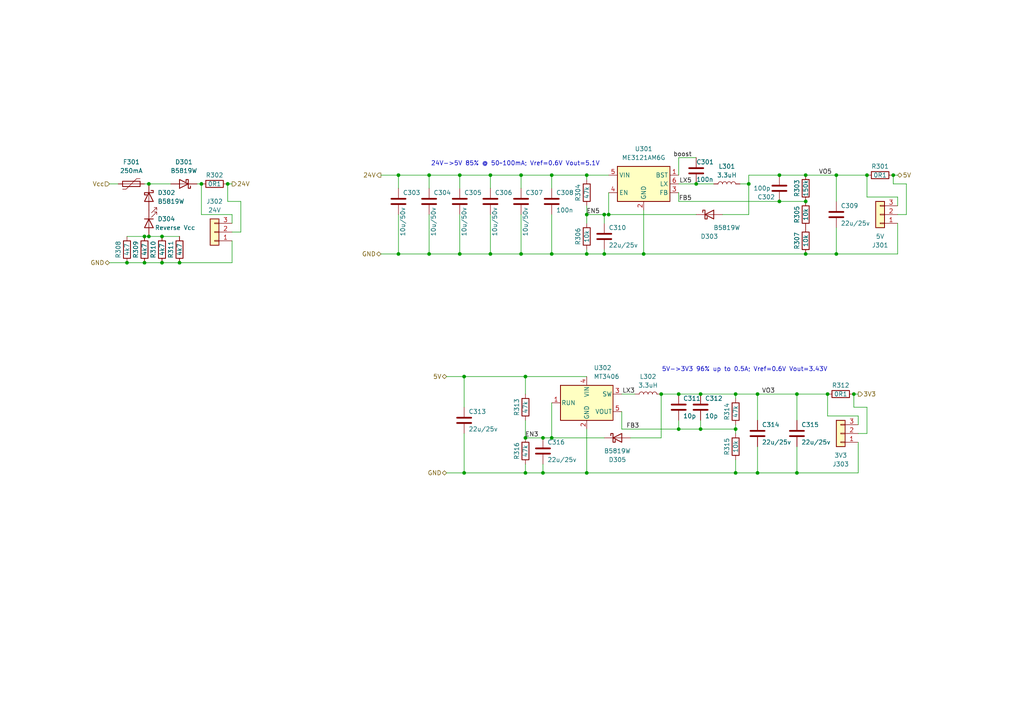
<source format=kicad_sch>
(kicad_sch (version 20211123) (generator eeschema)
  (paper "A4")
  (title_block (title "WormControl-Relay15x5t15-ControlUI") (date "2024-12-16") (rev "0.1") (company "makerspace.lt"))
  (lib_symbols
    (symbol "Connector_Generic:Conn_01x03" (pin_names (offset 1.016) hide)
      (property "Reference" "J" (at 0 5.08 0))
      (property "Value" "Conn_01x03" (at 0 -5.08 0))
      (symbol "Conn_01x03_1_1"
        (rectangle (start -1.27 -2.413) (end 0 -2.667) (stroke (width 0.1524)))
        (rectangle (start -1.27 0.127) (end 0 -0.127) (stroke (width 0.1524)))
        (rectangle (start -1.27 2.667) (end 0 2.413) (stroke (width 0.1524)))
        (rectangle (start -1.27 3.81) (end 1.27 -3.81) (stroke (width 0.254)) (fill (type background)))
        (pin passive line (at -5.08 2.54 0) (length 3.81) (name "Pin_1") (number "1"))
        (pin passive line (at -5.08 0 0) (length 3.81) (name "Pin_2") (number "2"))
        (pin passive line (at -5.08 -2.54 0) (length 3.81) (name "Pin_3") (number "3"))
      )
    )
    (symbol "Device:C" (pin_numbers hide) (pin_names (offset 0.254))
      (property "Reference" "C" (at 0.635 2.54 0))
      (property "Value" "C" (at 0.635 -2.54 0))
      (symbol "C_0_1"
        (polyline (pts (xy -2.032 -0.762) (xy 2.032 -0.762)) (stroke (width 0.508)))
        (polyline (pts (xy -2.032 0.762) (xy 2.032 0.762)) (stroke (width 0.508)))
      )
      (symbol "C_1_1"
        (pin passive line (at 0 3.81 270) (length 2.794) (name "~") (number "1"))
        (pin passive line (at 0 -3.81 90) (length 2.794) (name "~") (number "2"))
      )
    )
    (symbol "Device:D_Schottky" (pin_numbers hide) (pin_names (offset 1.016) hide)
      (property "Reference" "D" (at 0 2.54 0))
      (property "Value" "D_Schottky" (at 0 -2.54 0))
      (symbol "D_Schottky_0_1"
        (polyline (pts (xy 1.27 0) (xy -1.27 0)))
        (polyline (pts (xy 1.27 1.27) (xy 1.27 -1.27) (xy -1.27 0) (xy 1.27 1.27)) (stroke (width 0.254)))
        (polyline (pts (xy -1.905 0.635) (xy -1.905 1.27) (xy -1.27 1.27) (xy -1.27 -1.27) (xy -0.635 -1.27) (xy -0.635 -0.635)) (stroke (width 0.254)))
      )
      (symbol "D_Schottky_1_1"
        (pin passive line (at -3.81 0 0) (length 2.54) (name "K") (number "1"))
        (pin passive line (at 3.81 0 180) (length 2.54) (name "A") (number "2"))
      )
    )
    (symbol "Device:L" (pin_numbers hide) (pin_names (offset 1.016) hide)
      (property "Reference" "L" (at -1.27 0 90))
      (property "Value" "L" (at 1.905 0 90))
      (symbol "L_0_1"
        (arc (start 0 -2.54) (mid 0.635 -1.905) (end 0 -1.27))
        (arc (start 0 -1.27) (mid 0.635 -0.635) (end 0 0))
        (arc (start 0 0) (mid 0.635 0.635) (end 0 1.27))
        (arc (start 0 1.27) (mid 0.635 1.905) (end 0 2.54))
      )
      (symbol "L_1_1"
        (pin passive line (at 0 3.81 270) (length 1.27) (name "1") (number "1"))
        (pin passive line (at 0 -3.81 90) (length 1.27) (name "2") (number "2"))
      )
    )
    (symbol "Device:LED" (pin_numbers hide) (pin_names (offset 1.016) hide)
      (property "Reference" "D" (at 0 2.54 0))
      (property "Value" "LED" (at 0 -2.54 0))
      (symbol "LED_0_1"
        (polyline (pts (xy -1.27 -1.27) (xy -1.27 1.27)) (stroke (width 0.254)))
        (polyline (pts (xy -1.27 0) (xy 1.27 0)))
        (polyline (pts (xy 1.27 -1.27) (xy 1.27 1.27) (xy -1.27 0) (xy 1.27 -1.27)) (stroke (width 0.254)))
        (polyline (pts (xy -3.048 -0.762) (xy -4.572 -2.286) (xy -3.81 -2.286) (xy -4.572 -2.286) (xy -4.572 -1.524)))
        (polyline (pts (xy -1.778 -0.762) (xy -3.302 -2.286) (xy -2.54 -2.286) (xy -3.302 -2.286) (xy -3.302 -1.524)))
      )
      (symbol "LED_1_1"
        (pin passive line (at -3.81 0 0) (length 2.54) (name "K") (number "1"))
        (pin passive line (at 3.81 0 180) (length 2.54) (name "A") (number "2"))
      )
    )
    (symbol "Device:Polyfuse" (pin_numbers hide) (pin_names (offset 0))
      (property "Reference" "F" (at -2.54 0 90))
      (property "Value" "Polyfuse" (at 2.54 0 90))
      (symbol "Polyfuse_0_1"
        (rectangle (start -0.762 2.54) (end 0.762 -2.54) (stroke (width 0.254)))
        (polyline (pts (xy 0 2.54) (xy 0 -2.54)))
        (polyline (pts (xy -1.524 2.54) (xy -1.524 1.524) (xy 1.524 -1.524) (xy 1.524 -2.54)))
      )
      (symbol "Polyfuse_1_1"
        (pin passive line (at 0 3.81 270) (length 1.27) (name "~") (number "1"))
        (pin passive line (at 0 -3.81 90) (length 1.27) (name "~") (number "2"))
      )
    )
    (symbol "Device:R" (pin_numbers hide) (pin_names (offset 0))
      (property "Reference" "R" (at 2.032 0 90))
      (property "Value" "R" (at 0 0 90))
      (symbol "R_0_1"
        (rectangle (start -1.016 -2.54) (end 1.016 2.54) (stroke (width 0.254)))
      )
      (symbol "R_1_1"
        (pin passive line (at 0 3.81 270) (length 1.27) (name "~") (number "1"))
        (pin passive line (at 0 -3.81 90) (length 1.27) (name "~") (number "2"))
      )
    )
    (symbol "Regulator_Switching:AOZ1280CI"
      (property "Reference" "U" (at -6.35 -6.35 0))
      (property "Value" "AOZ1280CI" (at -2.54 6.35 0))
      (symbol "AOZ1280CI_0_1"
        (rectangle (start -7.62 5.08) (end 7.62 -5.08) (stroke (width 0.254)) (fill (type background)))
      )
      (symbol "AOZ1280CI_1_1"
        (pin input line (at 10.16 2.54 180) (length 2.54) (name "BST") (number "1"))
        (pin power_in line (at 0 -7.62 90) (length 2.54) (name "GND") (number "2"))
        (pin input line (at 10.16 -2.54 180) (length 2.54) (name "FB") (number "3"))
        (pin input line (at -10.16 -2.54 0) (length 2.54) (name "EN") (number "4"))
        (pin power_in line (at -10.16 2.54 0) (length 2.54) (name "VIN") (number "5"))
        (pin power_out line (at 10.16 0 180) (length 2.54) (name "LX") (number "6"))
      )
    )
    (symbol "Regulator_Switching:LTC3406ES5" (pin_names (offset 0.254))
      (property "Reference" "U" (at -6.35 6.35 0))
      (property "Value" "LTC3406ES5" (at 1.27 6.35 0))
      (symbol "LTC3406ES5_0_1"
        (rectangle (start -7.62 5.08) (end 7.62 -5.08) (stroke (width 0.254)) (fill (type background)))
      )
      (symbol "LTC3406ES5_1_1"
        (pin input line (at -10.16 0 0) (length 2.54) (name "RUN") (number "1"))
        (pin power_in line (at 0 -7.62 90) (length 2.54) (name "GND") (number "2"))
        (pin output line (at 10.16 2.54 180) (length 2.54) (name "SW") (number "3"))
        (pin power_in line (at 0 7.62 270) (length 2.54) (name "VIN") (number "4"))
        (pin power_out line (at 10.16 -2.54 180) (length 2.54) (name "VOUT") (number "5"))
      )
    )
  )
  (junction (at 160.02 73.66))
  (junction (at 226.06 50.8))
  (junction (at 231.14 137.16))
  (junction (at 251.46 50.8))
  (junction (at 259.08 50.8))
  (junction (at 58.42 53.34))
  (junction (at 41.91 68.58))
  (junction (at 191.77 114.3))
  (junction (at 175.26 73.66))
  (junction (at 151.13 73.66))
  (junction (at 151.13 50.8))
  (junction (at 124.46 73.66))
  (junction (at 115.57 50.8))
  (junction (at 52.07 76.2))
  (junction (at 157.48 127))
  (junction (at 213.36 124.46))
  (junction (at 46.99 68.58))
  (junction (at 176.53 62.23))
  (junction (at 219.71 137.16))
  (junction (at 124.46 50.8))
  (junction (at 115.57 73.66))
  (junction (at 170.18 62.23))
  (junction (at 231.14 114.3))
  (junction (at 233.68 58.42))
  (junction (at 242.57 50.8))
  (junction (at 43.18 53.34))
  (junction (at 142.24 50.8))
  (junction (at 170.18 50.8))
  (junction (at 186.69 73.66))
  (junction (at 170.18 137.16))
  (junction (at 170.18 73.66))
  (junction (at 152.4 127))
  (junction (at 196.85 114.3))
  (junction (at 46.99 76.2))
  (junction (at 134.62 109.22))
  (junction (at 133.35 73.66))
  (junction (at 36.83 76.2))
  (junction (at 157.48 137.16))
  (junction (at 142.24 73.66))
  (junction (at 41.91 76.2))
  (junction (at 247.65 114.3))
  (junction (at 242.57 73.66))
  (junction (at 196.85 124.46))
  (junction (at 233.68 50.8))
  (junction (at 43.18 68.58))
  (junction (at 226.06 58.42))
  (junction (at 240.03 114.3))
  (junction (at 217.17 53.34))
  (junction (at 201.93 53.34))
  (junction (at 213.36 137.16))
  (junction (at 219.71 114.3))
  (junction (at 66.04 53.34))
  (junction (at 233.68 73.66))
  (junction (at 203.2 114.3))
  (junction (at 152.4 137.16))
  (junction (at 175.26 62.23))
  (junction (at 160.02 127))
  (junction (at 160.02 50.8))
  (junction (at 152.4 109.22))
  (junction (at 213.36 114.3))
  (junction (at 203.2 124.46))
  (junction (at 133.35 50.8))
  (junction (at 134.62 137.16))
  (wire (pts (xy 201.93 53.34) (xy 207.01 53.34)))
  (wire (pts (xy 213.36 133.35) (xy 213.36 137.16)))
  (wire (pts (xy 124.46 62.23) (xy 124.46 73.66)))
  (wire (pts (xy 142.24 50.8) (xy 133.35 50.8)))
  (wire (pts (xy 186.69 73.66) (xy 233.68 73.66)))
  (wire (pts (xy 134.62 137.16) (xy 152.4 137.16)))
  (wire (pts (xy 31.75 53.34) (xy 34.29 53.34)))
  (wire (pts (xy 124.46 50.8) (xy 115.57 50.8)))
  (wire (pts (xy 142.24 62.23) (xy 142.24 73.66)))
  (wire (pts (xy 31.75 76.2) (xy 36.83 76.2)))
  (wire (pts (xy 260.35 64.77) (xy 260.35 73.66)))
  (wire (pts (xy 151.13 50.8) (xy 151.13 54.61)))
  (wire (pts (xy 170.18 50.8) (xy 160.02 50.8)))
  (wire (pts (xy 66.04 58.42) (xy 66.04 53.34)))
  (wire (pts (xy 231.14 114.3) (xy 231.14 121.92)))
  (wire (pts (xy 69.85 58.42) (xy 66.04 58.42)))
  (wire (pts (xy 226.06 50.8) (xy 233.68 50.8)))
  (wire (pts (xy 214.63 53.34) (xy 217.17 53.34)))
  (wire (pts (xy 115.57 73.66) (xy 115.57 62.23)))
  (wire (pts (xy 176.53 62.23) (xy 175.26 62.23)))
  (wire (pts (xy 180.34 124.46) (xy 196.85 124.46)))
  (wire (pts (xy 196.85 58.42) (xy 226.06 58.42)))
  (wire (pts (xy 36.83 76.2) (xy 41.91 76.2)))
  (wire (pts (xy 196.85 124.46) (xy 203.2 124.46)))
  (wire (pts (xy 217.17 62.23) (xy 217.17 53.34)))
  (wire (pts (xy 133.35 50.8) (xy 124.46 50.8)))
  (wire (pts (xy 151.13 62.23) (xy 151.13 73.66)))
  (wire (pts (xy 41.91 68.58) (xy 43.18 68.58)))
  (wire (pts (xy 201.93 45.72) (xy 196.85 45.72)))
  (wire (pts (xy 191.77 127) (xy 191.77 114.3)))
  (wire (pts (xy 196.85 53.34) (xy 201.93 53.34)))
  (wire (pts (xy 152.4 127) (xy 157.48 127)))
  (wire (pts (xy 260.35 50.8) (xy 259.08 50.8)))
  (wire (pts (xy 213.36 125.73) (xy 213.36 124.46)))
  (wire (pts (xy 170.18 124.46) (xy 170.18 137.16)))
  (wire (pts (xy 67.31 62.23) (xy 58.42 62.23)))
  (wire (pts (xy 248.92 123.19) (xy 248.92 120.65)))
  (wire (pts (xy 248.92 114.3) (xy 247.65 114.3)))
  (wire (pts (xy 191.77 114.3) (xy 196.85 114.3)))
  (wire (pts (xy 160.02 73.66) (xy 170.18 73.66)))
  (wire (pts (xy 242.57 73.66) (xy 242.57 66.04)))
  (wire (pts (xy 231.14 129.54) (xy 231.14 137.16)))
  (wire (pts (xy 170.18 137.16) (xy 213.36 137.16)))
  (wire (pts (xy 176.53 62.23) (xy 201.93 62.23)))
  (wire (pts (xy 260.35 57.15) (xy 251.46 57.15)))
  (wire (pts (xy 36.83 68.58) (xy 41.91 68.58)))
  (wire (pts (xy 213.36 115.57) (xy 213.36 114.3)))
  (wire (pts (xy 248.92 137.16) (xy 231.14 137.16)))
  (wire (pts (xy 41.91 53.34) (xy 43.18 53.34)))
  (wire (pts (xy 196.85 58.42) (xy 196.85 55.88)))
  (wire (pts (xy 203.2 124.46) (xy 213.36 124.46)))
  (wire (pts (xy 151.13 50.8) (xy 142.24 50.8)))
  (wire (pts (xy 133.35 50.8) (xy 133.35 54.61)))
  (wire (pts (xy 133.35 73.66) (xy 124.46 73.66)))
  (wire (pts (xy 170.18 62.23) (xy 170.18 64.77)))
  (wire (pts (xy 231.14 114.3) (xy 219.71 114.3)))
  (wire (pts (xy 248.92 120.65) (xy 240.03 120.65)))
  (wire (pts (xy 217.17 50.8) (xy 226.06 50.8)))
  (wire (pts (xy 240.03 120.65) (xy 240.03 114.3)))
  (wire (pts (xy 182.88 127) (xy 191.77 127)))
  (wire (pts (xy 67.31 69.85) (xy 67.31 76.2)))
  (wire (pts (xy 115.57 50.8) (xy 115.57 54.61)))
  (wire (pts (xy 175.26 62.23) (xy 175.26 64.77)))
  (wire (pts (xy 170.18 137.16) (xy 157.48 137.16)))
  (wire (pts (xy 170.18 52.07) (xy 170.18 50.8)))
  (wire (pts (xy 203.2 114.3) (xy 213.36 114.3)))
  (wire (pts (xy 226.06 58.42) (xy 233.68 58.42)))
  (wire (pts (xy 170.18 109.22) (xy 152.4 109.22)))
  (wire (pts (xy 152.4 109.22) (xy 134.62 109.22)))
  (wire (pts (xy 180.34 119.38) (xy 180.34 124.46)))
  (wire (pts (xy 231.14 137.16) (xy 219.71 137.16)))
  (wire (pts (xy 110.49 73.66) (xy 115.57 73.66)))
  (wire (pts (xy 196.85 45.72) (xy 196.85 50.8)))
  (wire (pts (xy 67.31 64.77) (xy 67.31 62.23)))
  (wire (pts (xy 152.4 114.3) (xy 152.4 109.22)))
  (wire (pts (xy 41.91 76.2) (xy 46.99 76.2)))
  (wire (pts (xy 129.54 137.16) (xy 134.62 137.16)))
  (wire (pts (xy 67.31 76.2) (xy 52.07 76.2)))
  (wire (pts (xy 58.42 62.23) (xy 58.42 53.34)))
  (wire (pts (xy 248.92 125.73) (xy 251.46 125.73)))
  (wire (pts (xy 142.24 73.66) (xy 133.35 73.66)))
  (wire (pts (xy 124.46 50.8) (xy 124.46 54.61)))
  (wire (pts (xy 186.69 60.96) (xy 186.69 73.66)))
  (wire (pts (xy 49.53 53.34) (xy 43.18 53.34)))
  (wire (pts (xy 219.71 129.54) (xy 219.71 137.16)))
  (wire (pts (xy 247.65 118.11) (xy 247.65 114.3)))
  (wire (pts (xy 251.46 118.11) (xy 247.65 118.11)))
  (wire (pts (xy 142.24 50.8) (xy 142.24 54.61)))
  (wire (pts (xy 251.46 125.73) (xy 251.46 118.11)))
  (wire (pts (xy 242.57 50.8) (xy 242.57 58.42)))
  (wire (pts (xy 219.71 114.3) (xy 213.36 114.3)))
  (wire (pts (xy 233.68 50.8) (xy 242.57 50.8)))
  (wire (pts (xy 196.85 121.92) (xy 196.85 124.46)))
  (wire (pts (xy 160.02 50.8) (xy 151.13 50.8)))
  (wire (pts (xy 251.46 50.8) (xy 242.57 50.8)))
  (wire (pts (xy 213.36 137.16) (xy 219.71 137.16)))
  (wire (pts (xy 46.99 68.58) (xy 52.07 68.58)))
  (wire (pts (xy 43.18 68.58) (xy 46.99 68.58)))
  (wire (pts (xy 175.26 72.39) (xy 175.26 73.66)))
  (wire (pts (xy 170.18 59.69) (xy 170.18 62.23)))
  (wire (pts (xy 209.55 62.23) (xy 217.17 62.23)))
  (wire (pts (xy 219.71 121.92) (xy 219.71 114.3)))
  (wire (pts (xy 160.02 127) (xy 157.48 127)))
  (wire (pts (xy 58.42 53.34) (xy 57.15 53.34)))
  (wire (pts (xy 152.4 137.16) (xy 157.48 137.16)))
  (wire (pts (xy 160.02 116.84) (xy 160.02 127)))
  (wire (pts (xy 170.18 72.39) (xy 170.18 73.66)))
  (wire (pts (xy 124.46 73.66) (xy 115.57 73.66)))
  (wire (pts (xy 217.17 50.8) (xy 217.17 53.34)))
  (wire (pts (xy 262.89 53.34) (xy 259.08 53.34)))
  (wire (pts (xy 115.57 50.8) (xy 110.49 50.8)))
  (wire (pts (xy 134.62 109.22) (xy 134.62 118.11)))
  (wire (pts (xy 184.15 114.3) (xy 180.34 114.3)))
  (wire (pts (xy 196.85 114.3) (xy 203.2 114.3)))
  (wire (pts (xy 160.02 50.8) (xy 160.02 54.61)))
  (wire (pts (xy 69.85 67.31) (xy 69.85 58.42)))
  (wire (pts (xy 152.4 137.16) (xy 152.4 134.62)))
  (wire (pts (xy 259.08 53.34) (xy 259.08 50.8)))
  (wire (pts (xy 67.31 67.31) (xy 69.85 67.31)))
  (wire (pts (xy 203.2 124.46) (xy 203.2 121.92)))
  (wire (pts (xy 66.04 53.34) (xy 67.31 53.34)))
  (wire (pts (xy 46.99 76.2) (xy 52.07 76.2)))
  (wire (pts (xy 240.03 114.3) (xy 231.14 114.3)))
  (wire (pts (xy 160.02 73.66) (xy 151.13 73.66)))
  (wire (pts (xy 260.35 73.66) (xy 242.57 73.66)))
  (wire (pts (xy 248.92 128.27) (xy 248.92 137.16)))
  (wire (pts (xy 160.02 62.23) (xy 160.02 73.66)))
  (wire (pts (xy 260.35 62.23) (xy 262.89 62.23)))
  (wire (pts (xy 170.18 73.66) (xy 175.26 73.66)))
  (wire (pts (xy 251.46 57.15) (xy 251.46 50.8)))
  (wire (pts (xy 151.13 73.66) (xy 142.24 73.66)))
  (wire (pts (xy 170.18 62.23) (xy 175.26 62.23)))
  (wire (pts (xy 260.35 59.69) (xy 260.35 57.15)))
  (wire (pts (xy 176.53 55.88) (xy 176.53 62.23)))
  (wire (pts (xy 129.54 109.22) (xy 134.62 109.22)))
  (wire (pts (xy 152.4 121.92) (xy 152.4 127)))
  (wire (pts (xy 157.48 137.16) (xy 157.48 134.62)))
  (wire (pts (xy 233.68 73.66) (xy 242.57 73.66)))
  (wire (pts (xy 134.62 125.73) (xy 134.62 137.16)))
  (wire (pts (xy 175.26 73.66) (xy 186.69 73.66)))
  (wire (pts (xy 133.35 62.23) (xy 133.35 73.66)))
  (wire (pts (xy 262.89 62.23) (xy 262.89 53.34)))
  (wire (pts (xy 160.02 127) (xy 175.26 127)))
  (wire (pts (xy 176.53 50.8) (xy 170.18 50.8)))
  (wire (pts (xy 213.36 124.46) (xy 213.36 123.19)))
  (text "24V->5V 85% @ 50~100mA; Vref=0.6V Vout=5.1V" (at 173.99 48.26 180) (effects (font (size 1.27 1.27)) (justify right bottom)))
  (text "5V->3V3 96% up to 0.5A; Vref=0.6V Vout=3.43V" (at 240.03 107.95 180) (effects (font (size 1.27 1.27)) (justify right bottom)))
  (label "VO3" (at 224.79 114.3 180))
  (label "LX3" (at 184.15 114.3 180))
  (label "VO5" (at 241.3 50.8 180))
  (label "LX5" (at 200.66 53.34 180))
  (label "EN3" (at 156.21 127 180))
  (label "EN5" (at 173.99 62.23 180))
  (label "FB3" (at 185.42 124.46 180))
  (label "FB5" (at 200.66 58.42 180))
  (label "boost" (at 200.66 45.72 180))
  (hierarchical_label "Vcc" (shape input) (at 31.75 53.34 180))
  (hierarchical_label "GND" (shape bidirectional) (at 129.54 137.16 180))
  (hierarchical_label "5V" (shape bidirectional) (at 260.35 50.8 0))
  (hierarchical_label "24V" (shape output) (at 110.49 50.8 180))
  (hierarchical_label "24V" (shape output) (at 67.31 53.34 0))
  (hierarchical_label "GND" (shape bidirectional) (at 31.75 76.2 180))
  (hierarchical_label "GND" (shape bidirectional) (at 110.49 73.66 180))
  (hierarchical_label "5V" (shape bidirectional) (at 129.54 109.22 180))
  (hierarchical_label "3V3" (shape output) (at 248.92 114.3 0))
  (symbol (lib_id "Device:R") (at 36.83 72.39 0) (unit 1)
    (property "Reference" "R308" (at 34.29 72.39 90))
    (property "Value" "4k7" (at 36.83 72.39 90))
    (property "Footprint" "Resistor_SMD:R_0805_2012Metric_Pad1.20x1.40mm_HandSolder" (effects hide))
    (property "jlc-part-type" "B" (effects hide))
  )
  (symbol (lib_id "Device:D_Schottky") (at 179.07 127 0) (unit 1)
    (property "Reference" "D305" (at 179.07 133.35 0))
    (property "Value" "B5819W" (at 179.07 130.81 0))
    (property "Footprint" "Diode_SMD:D_SOD-123" (effects hide))
    (property "jlc-part-type" "B" (effects hide))
    (property "lcsc#" "C8598" (effects hide))
  )
  (symbol (lib_id "Device:Polyfuse") (at 38.1 53.34 270) (unit 1)
    (property "Reference" "F301" (at 38.1 46.99 90))
    (property "Value" "250mA" (at 38.1 49.53 90))
    (property "Footprint" "Fuse:Fuse_0805_2012Metric_Pad1.15x1.40mm_HandSolder" (effects hide))
  )
  (symbol (lib_id "Device:R") (at 233.68 54.61 180) (unit 1)
    (property "Reference" "R303" (at 231.14 54.61 90))
    (property "Value" "150k" (at 233.68 54.61 90))
    (property "Footprint" "Resistor_SMD:R_0805_2012Metric_Pad1.20x1.40mm_HandSolder" (effects hide))
    (property "jlc-part-type" "B" (effects hide))
  )
  (symbol (lib_id "Device:C") (at 133.35 58.42 0) (unit 1)
    (property "Reference" "C305" (at 134.62 55.88 0) (effects (justify left)))
    (property "Value" "10u/50v" (at 134.62 68.58 90) (effects (justify left)))
    (property "Footprint" "Capacitor_SMD:C_0805_2012Metric_Pad1.18x1.45mm_HandSolder" (effects hide))
    (property "Datasheet" "https://www.lcsc.com/datasheet/lcsc_datasheet_2411041759_Murata-Electronics-GRM21BR61H106KE43L_C440198.pdf" (effects hide))
    (property "jlc-part-type" "B" (effects hide))
    (property "lcsc#" "C440198" (effects hide))
  )
  (symbol (lib_id "Device:D_Schottky") (at 53.34 53.34 180) (unit 1)
    (property "Reference" "D301" (at 53.34 46.99 0))
    (property "Value" "B5819W" (at 53.34 49.53 0))
    (property "Footprint" "Diode_SMD:D_SOD-123" (effects hide))
    (property "jlc-part-type" "B" (effects hide))
    (property "lcsc#" "C8598" (effects hide))
  )
  (symbol (lib_id "Connector_Generic:Conn_01x03") (at 243.84 125.73 180) (unit 1) (in_bom no)
    (property "Reference" "J303" (at 243.84 134.62 0))
    (property "Value" "3V3" (at 243.84 132.08 0))
    (property "Footprint" "Connector_PinHeader_2.54mm:PinHeader_1x03_P2.54mm_Vertical" (effects hide))
  )
  (symbol (lib_id "Device:C") (at 157.48 130.81 0) (unit 1)
    (property "Reference" "C316" (at 158.75 128.27 0) (effects (justify left)))
    (property "Value" "22u/25v" (at 158.75 133.35 0) (effects (justify left)))
    (property "Footprint" "Capacitor_SMD:C_0805_2012Metric_Pad1.18x1.45mm_HandSolder" (effects hide))
    (property "Datasheet" "https://www.lcsc.com/datasheet/lcsc_datasheet_2304140030_Samsung-Electro-Mechanics-CL21A226MAQNNNE_C45783.pdf" (effects hide))
    (property "jlc-part-type" "B" (effects hide))
    (property "lcsc#" "C45783" (effects hide))
  )
  (symbol (lib_id "Device:L") (at 210.82 53.34 90) (unit 1)
    (property "Reference" "L301" (at 210.82 48.26 90))
    (property "Value" "3.3uH" (at 210.82 50.8 90))
    (property "Footprint" "Inductor_SMD:L_1008_2520Metric_Pad1.43x2.20mm_HandSolder" (effects hide))
    (property "Datasheet" "https://wmsc.lcsc.com/wmsc/upload/file/pdf/v2/lcsc/2304140030_YUXIN-TECH-YXNAQ252010-3R3M_C241467.pdf" (effects hide))
  )
  (symbol (lib_id "Device:D_Schottky") (at 205.74 62.23 0) (unit 1)
    (property "Reference" "D303" (at 205.74 68.58 0))
    (property "Value" "B5819W" (at 210.82 66.04 0))
    (property "Footprint" "Diode_SMD:D_SOD-123" (effects hide))
    (property "jlc-part-type" "B" (effects hide))
    (property "lcsc#" "C8598" (effects hide))
  )
  (symbol (lib_id "Device:R") (at 152.4 130.81 180) (unit 1)
    (property "Reference" "R316" (at 149.86 130.81 90))
    (property "Value" "47k" (at 152.4 130.81 90))
    (property "Footprint" "Resistor_SMD:R_0805_2012Metric_Pad1.20x1.40mm_HandSolder" (effects hide))
    (property "jlc-part-type" "B" (effects hide))
  )
  (symbol (lib_id "Regulator_Switching:AOZ1280CI") (at 186.69 53.34 0) (unit 1)
    (property "Reference" "U301" (at 186.69 43.18 0))
    (property "Value" "ME3121AM6G" (at 186.69 45.72 0))
    (property "Footprint" "Package_TO_SOT_SMD:SOT-23-6" (effects hide))
    (property "Datasheet" "https://m.huazhoucn.com/upFiles/common/2022/12/ME3121_Series_E1.0.pdf" (effects hide))
    (property "jlc-part-type" "E" (effects hide))
    (property "lcsc#" "C2932938" (effects hide))
  )
  (symbol (lib_id "Connector_Generic:Conn_01x03") (at 62.23 67.31 180) (unit 1) (in_bom no)
    (property "Reference" "J302" (at 62.23 58.42 0))
    (property "Value" "24V" (at 62.23 60.96 0))
    (property "Footprint" "Connector_PinHeader_2.54mm:PinHeader_1x03_P2.54mm_Vertical" (effects hide))
  )
  (symbol (lib_id "Device:R") (at 213.36 129.54 180) (unit 1)
    (property "Reference" "R315" (at 210.82 129.54 90))
    (property "Value" "10k" (at 213.36 129.54 90))
    (property "Footprint" "Resistor_SMD:R_0805_2012Metric_Pad1.20x1.40mm_HandSolder" (effects hide))
    (property "jlc-part-type" "B" (effects hide))
  )
  (symbol (lib_id "Device:R") (at 62.23 53.34 270) (unit 1)
    (property "Reference" "R302" (at 62.23 50.8 90))
    (property "Value" "0R1" (at 62.23 53.34 90))
    (property "Footprint" "Resistor_SMD:R_0805_2012Metric_Pad1.20x1.40mm_HandSolder" (effects hide))
    (property "jlc-part-type" "B" (effects hide))
  )
  (symbol (lib_id "Device:C") (at 242.57 62.23 0) (unit 1)
    (property "Reference" "C309" (at 243.84 59.69 0) (effects (justify left)))
    (property "Value" "22u/25v" (at 243.84 64.77 0) (effects (justify left)))
    (property "Footprint" "Capacitor_SMD:C_0805_2012Metric_Pad1.18x1.45mm_HandSolder" (effects hide))
    (property "Datasheet" "https://www.lcsc.com/datasheet/lcsc_datasheet_2304140030_Samsung-Electro-Mechanics-CL21A226MAQNNNE_C45783.pdf" (effects hide))
    (property "jlc-part-type" "B" (effects hide))
    (property "lcsc#" "C45783" (effects hide))
  )
  (symbol (lib_id "Device:C") (at 160.02 58.42 0) (unit 1)
    (property "Reference" "C308" (at 161.29 55.88 0) (effects (justify left)))
    (property "Value" "100n" (at 161.29 60.96 0) (effects (justify left)))
    (property "Footprint" "Capacitor_SMD:C_0805_2012Metric_Pad1.18x1.45mm_HandSolder" (effects hide))
    (property "jlc-part-type" "B" (effects hide))
    (property "lcsc#" "C28233" (effects hide))
  )
  (symbol (lib_id "Device:C") (at 203.2 118.11 0) (unit 1)
    (property "Reference" "C312" (at 204.47 115.57 0) (effects (justify left)))
    (property "Value" "10p" (at 204.47 120.65 0) (effects (justify left)))
    (property "Footprint" "Capacitor_SMD:C_0805_2012Metric_Pad1.18x1.45mm_HandSolder" (effects hide))
    (property "jlc-part-type" "B" (effects hide))
    (property "lcsc#" "C1634" (effects hide))
  )
  (symbol (lib_id "Device:R") (at 233.68 69.85 0) (mirror y) (unit 1)
    (property "Reference" "R307" (at 231.14 69.85 90))
    (property "Value" "10k" (at 233.68 69.85 90))
    (property "Footprint" "Resistor_SMD:R_0805_2012Metric_Pad1.20x1.40mm_HandSolder" (effects hide))
    (property "jlc-part-type" "B" (effects hide))
  )
  (symbol (lib_id "Regulator_Switching:LTC3406ES5") (at 170.18 116.84 0) (unit 1)
    (property "Reference" "U302" (at 172.1994 106.68 0) (effects (justify left)))
    (property "Value" "MT3406" (at 172.1994 109.22 0) (effects (justify left)))
    (property "Footprint" "Package_TO_SOT_SMD:TSOT-23-5" (effects hide))
    (property "Datasheet" "https://www.lcsc.com/datasheet/lcsc_datasheet_2406131737_XI-AN-Aerosemi-Tech-MT3406_C22462728.pdf" (effects hide))
  )
  (symbol (lib_id "Device:C") (at 196.85 118.11 0) (unit 1)
    (property "Reference" "C311" (at 198.12 115.57 0) (effects (justify left)))
    (property "Value" "10p" (at 198.12 120.65 0) (effects (justify left)))
    (property "Footprint" "Capacitor_SMD:C_0805_2012Metric_Pad1.18x1.45mm_HandSolder" (effects hide))
    (property "jlc-part-type" "B" (effects hide))
    (property "lcsc#" "C1634" (effects hide))
  )
  (symbol (lib_id "Device:LED") (at 43.18 64.77 90) (mirror x) (unit 1)
    (property "Reference" "D304" (at 48.26 63.5 90))
    (property "Value" "Reverse Vcc" (at 50.8 66.04 90))
    (property "Footprint" "LED_SMD:LED_0805_2012Metric_Pad1.15x1.40mm_HandSolder" (effects hide))
    (property "jlc-part-type" "B" (effects hide))
    (property "lcsc#" "C2297" (effects hide))
  )
  (symbol (lib_id "Device:R") (at 233.68 62.23 0) (mirror y) (unit 1)
    (property "Reference" "R305" (at 231.14 62.23 90))
    (property "Value" "10k" (at 233.68 62.23 90))
    (property "Footprint" "Resistor_SMD:R_0805_2012Metric_Pad1.20x1.40mm_HandSolder" (effects hide))
    (property "jlc-part-type" "B" (effects hide))
  )
  (symbol (lib_id "Device:R") (at 255.27 50.8 270) (unit 1)
    (property "Reference" "R301" (at 255.27 48.26 90))
    (property "Value" "0R1" (at 255.27 50.8 90))
    (property "Footprint" "Resistor_SMD:R_0805_2012Metric_Pad1.20x1.40mm_HandSolder" (effects hide))
    (property "jlc-part-type" "B" (effects hide))
  )
  (symbol (lib_id "Device:C") (at 231.14 125.73 0) (unit 1)
    (property "Reference" "C315" (at 232.41 123.19 0) (effects (justify left)))
    (property "Value" "22u/25v" (at 232.41 128.27 0) (effects (justify left)))
    (property "Footprint" "Capacitor_SMD:C_0805_2012Metric_Pad1.18x1.45mm_HandSolder" (effects hide))
    (property "Datasheet" "https://www.lcsc.com/datasheet/lcsc_datasheet_2304140030_Samsung-Electro-Mechanics-CL21A226MAQNNNE_C45783.pdf" (effects hide))
    (property "jlc-part-type" "B" (effects hide))
    (property "lcsc#" "C45783" (effects hide))
  )
  (symbol (lib_id "Device:R") (at 243.84 114.3 270) (unit 1)
    (property "Reference" "R312" (at 243.84 111.76 90))
    (property "Value" "0R1" (at 243.84 114.3 90))
    (property "Footprint" "Resistor_SMD:R_0805_2012Metric_Pad1.20x1.40mm_HandSolder" (effects hide))
    (property "jlc-part-type" "B" (effects hide))
  )
  (symbol (lib_id "Connector_Generic:Conn_01x03") (at 255.27 62.23 180) (unit 1) (in_bom no)
    (property "Reference" "J301" (at 255.27 71.12 0))
    (property "Value" "5V" (at 255.27 68.58 0))
    (property "Footprint" "Connector_PinHeader_2.54mm:PinHeader_1x03_P2.54mm_Vertical" (effects hide))
  )
  (symbol (lib_id "Device:C") (at 175.26 68.58 0) (unit 1)
    (property "Reference" "C310" (at 176.53 66.04 0) (effects (justify left)))
    (property "Value" "22u/25v" (at 176.53 71.12 0) (effects (justify left)))
    (property "Footprint" "Capacitor_SMD:C_0805_2012Metric_Pad1.18x1.45mm_HandSolder" (effects hide))
    (property "Datasheet" "https://www.lcsc.com/datasheet/lcsc_datasheet_2304140030_Samsung-Electro-Mechanics-CL21A226MAQNNNE_C45783.pdf" (effects hide))
    (property "jlc-part-type" "B" (effects hide))
    (property "lcsc#" "C45783" (effects hide))
  )
  (symbol (lib_id "Device:C") (at 151.13 58.42 0) (unit 1)
    (property "Reference" "C307" (at 152.4 55.88 0) (effects (justify left)))
    (property "Value" "10u/50v" (at 152.4 68.58 90) (effects (justify left)))
    (property "Footprint" "Capacitor_SMD:C_0805_2012Metric_Pad1.18x1.45mm_HandSolder" (effects hide))
    (property "Datasheet" "https://www.lcsc.com/datasheet/lcsc_datasheet_2411041759_Murata-Electronics-GRM21BR61H106KE43L_C440198.pdf" (effects hide))
    (property "jlc-part-type" "B" (effects hide))
    (property "lcsc#" "C440198" (effects hide))
  )
  (symbol (lib_id "Device:R") (at 213.36 119.38 180) (unit 1)
    (property "Reference" "R314" (at 210.82 119.38 90))
    (property "Value" "47k" (at 213.36 119.38 90))
    (property "Footprint" "Resistor_SMD:R_0805_2012Metric_Pad1.20x1.40mm_HandSolder" (effects hide))
    (property "jlc-part-type" "B" (effects hide))
  )
  (symbol (lib_id "Device:D_Schottky") (at 43.18 57.15 270) (unit 1)
    (property "Reference" "D302" (at 45.72 55.8799 90) (effects (justify left)))
    (property "Value" "B5819W" (at 45.72 58.4199 90) (effects (justify left)))
    (property "Footprint" "Diode_SMD:D_SOD-123" (effects hide))
    (property "jlc-part-type" "B" (effects hide))
    (property "lcsc#" "C8598" (effects hide))
  )
  (symbol (lib_id "Device:R") (at 52.07 72.39 0) (unit 1)
    (property "Reference" "R311" (at 49.53 72.39 90))
    (property "Value" "4k7" (at 52.07 72.39 90))
    (property "Footprint" "Resistor_SMD:R_0805_2012Metric_Pad1.20x1.40mm_HandSolder" (effects hide))
    (property "jlc-part-type" "B" (effects hide))
  )
  (symbol (lib_id "Device:R") (at 170.18 68.58 180) (unit 1)
    (property "Reference" "R306" (at 167.64 68.58 90))
    (property "Value" "10k" (at 170.18 68.58 90))
    (property "Footprint" "Resistor_SMD:R_0805_2012Metric_Pad1.20x1.40mm_HandSolder" (effects hide))
    (property "jlc-part-type" "B" (effects hide))
  )
  (symbol (lib_id "Device:R") (at 170.18 55.88 180) (unit 1)
    (property "Reference" "R304" (at 167.64 55.88 90))
    (property "Value" "47k" (at 170.18 55.88 90))
    (property "Footprint" "Resistor_SMD:R_0805_2012Metric_Pad1.20x1.40mm_HandSolder" (effects hide))
    (property "jlc-part-type" "B" (effects hide))
  )
  (symbol (lib_id "Device:C") (at 115.57 58.42 0) (unit 1)
    (property "Reference" "C303" (at 116.84 55.88 0) (effects (justify left)))
    (property "Value" "10u/50v" (at 116.84 68.58 90) (effects (justify left)))
    (property "Footprint" "Capacitor_SMD:C_0805_2012Metric_Pad1.18x1.45mm_HandSolder" (effects hide))
    (property "Datasheet" "https://www.lcsc.com/datasheet/lcsc_datasheet_2411041759_Murata-Electronics-GRM21BR61H106KE43L_C440198.pdf" (effects hide))
    (property "jlc-part-type" "B" (effects hide))
    (property "lcsc#" "C440198" (effects hide))
  )
  (symbol (lib_id "Device:C") (at 134.62 121.92 0) (unit 1)
    (property "Reference" "C313" (at 135.89 119.38 0) (effects (justify left)))
    (property "Value" "22u/25v" (at 135.89 124.46 0) (effects (justify left)))
    (property "Footprint" "Capacitor_SMD:C_0805_2012Metric_Pad1.18x1.45mm_HandSolder" (effects hide))
    (property "Datasheet" "https://www.lcsc.com/datasheet/lcsc_datasheet_2304140030_Samsung-Electro-Mechanics-CL21A226MAQNNNE_C45783.pdf" (effects hide))
    (property "jlc-part-type" "B" (effects hide))
    (property "lcsc#" "C45783" (effects hide))
  )
  (symbol (lib_id "Device:C") (at 201.93 49.53 0) (unit 1)
    (property "Reference" "C301" (at 201.93 46.99 0) (effects (justify left)))
    (property "Value" "100n" (at 201.93 52.07 0) (effects (justify left)))
    (property "Footprint" "Capacitor_SMD:C_0805_2012Metric_Pad1.18x1.45mm_HandSolder" (effects hide))
    (property "jlc-part-type" "B" (effects hide))
    (property "lcsc#" "C28233" (effects hide))
  )
  (symbol (lib_id "Device:C") (at 226.06 54.61 180) (unit 1)
    (property "Reference" "C302" (at 224.79 57.15 0) (effects (justify left)))
    (property "Value" "100p" (at 223.52 54.61 0) (effects (justify left)))
    (property "Footprint" "Capacitor_SMD:C_0805_2012Metric_Pad1.18x1.45mm_HandSolder" (effects hide))
    (property "Datasheet" "https://www.lcsc.com/datasheet/lcsc_datasheet_2304140030_Samsung-Electro-Mechanics-CL21C101JBANNNC_C1790.pdf" (effects hide))
    (property "jlc-part-type" "B" (effects hide))
    (property "lcsc#" "C1790" (effects hide))
  )
  (symbol (lib_id "Device:R") (at 152.4 118.11 180) (unit 1)
    (property "Reference" "R313" (at 149.86 118.11 90))
    (property "Value" "47k" (at 152.4 118.11 90))
    (property "Footprint" "Resistor_SMD:R_0805_2012Metric_Pad1.20x1.40mm_HandSolder" (effects hide))
    (property "jlc-part-type" "B" (effects hide))
  )
  (symbol (lib_id "Device:C") (at 219.71 125.73 0) (unit 1)
    (property "Reference" "C314" (at 220.98 123.19 0) (effects (justify left)))
    (property "Value" "22u/25v" (at 220.98 128.27 0) (effects (justify left)))
    (property "Footprint" "Capacitor_SMD:C_0805_2012Metric_Pad1.18x1.45mm_HandSolder" (effects hide))
    (property "Datasheet" "https://www.lcsc.com/datasheet/lcsc_datasheet_2304140030_Samsung-Electro-Mechanics-CL21A226MAQNNNE_C45783.pdf" (effects hide))
    (property "jlc-part-type" "B" (effects hide))
    (property "lcsc#" "C45783" (effects hide))
  )
  (symbol (lib_id "Device:L") (at 187.96 114.3 90) (unit 1)
    (property "Reference" "L302" (at 187.96 109.22 90))
    (property "Value" "3.3uH" (at 187.96 111.76 90))
    (property "Footprint" "Inductor_SMD:L_1008_2520Metric_Pad1.43x2.20mm_HandSolder" (effects hide))
    (property "Datasheet" "https://wmsc.lcsc.com/wmsc/upload/file/pdf/v2/lcsc/2304140030_YUXIN-TECH-YXNAQ252010-3R3M_C241467.pdf" (effects hide))
  )
  (symbol (lib_id "Device:C") (at 124.46 58.42 0) (unit 1)
    (property "Reference" "C304" (at 125.73 55.88 0) (effects (justify left)))
    (property "Value" "10u/50v" (at 125.73 68.58 90) (effects (justify left)))
    (property "Footprint" "Capacitor_SMD:C_0805_2012Metric_Pad1.18x1.45mm_HandSolder" (effects hide))
    (property "Datasheet" "https://www.lcsc.com/datasheet/lcsc_datasheet_2411041759_Murata-Electronics-GRM21BR61H106KE43L_C440198.pdf" (effects hide))
    (property "jlc-part-type" "B" (effects hide))
    (property "lcsc#" "C440198" (effects hide))
  )
  (symbol (lib_id "Device:C") (at 142.24 58.42 0) (unit 1)
    (property "Reference" "C306" (at 143.51 55.88 0) (effects (justify left)))
    (property "Value" "10u/50v" (at 143.51 68.58 90) (effects (justify left)))
    (property "Footprint" "Capacitor_SMD:C_0805_2012Metric_Pad1.18x1.45mm_HandSolder" (effects hide))
    (property "Datasheet" "https://www.lcsc.com/datasheet/lcsc_datasheet_2411041759_Murata-Electronics-GRM21BR61H106KE43L_C440198.pdf" (effects hide))
    (property "jlc-part-type" "B" (effects hide))
    (property "lcsc#" "C440198" (effects hide))
  )
  (symbol (lib_id "Device:R") (at 41.91 72.39 0) (unit 1)
    (property "Reference" "R309" (at 39.37 72.39 90))
    (property "Value" "4k7" (at 41.91 72.39 90))
    (property "Footprint" "Resistor_SMD:R_0805_2012Metric_Pad1.20x1.40mm_HandSolder" (effects hide))
    (property "jlc-part-type" "B" (effects hide))
  )
  (symbol (lib_id "Device:R") (at 46.99 72.39 0) (unit 1)
    (property "Reference" "R310" (at 44.45 72.39 90))
    (property "Value" "4k7" (at 46.99 72.39 90))
    (property "Footprint" "Resistor_SMD:R_0805_2012Metric_Pad1.20x1.40mm_HandSolder" (effects hide))
    (property "jlc-part-type" "B" (effects hide))
  )
)
</source>
